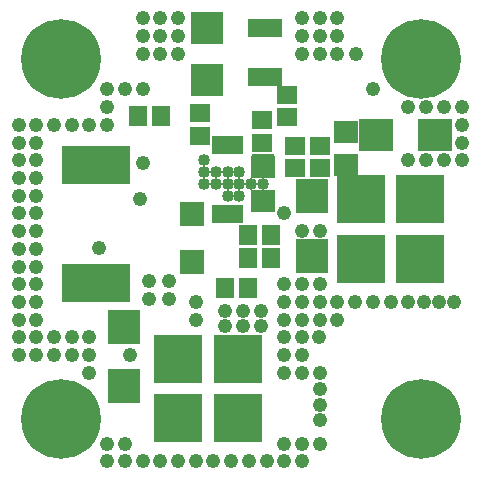
<source format=gbr>
G75*
G70*
%OFA0B0*%
%FSLAX24Y24*%
%IPPOS*%
%LPD*%
%AMOC8*
5,1,8,0,0,1.08239X$1,22.5*
%
%ADD10R,0.0258X0.0592*%
%ADD11R,0.1104X0.1124*%
%ADD12R,0.0632X0.0711*%
%ADD13R,0.0711X0.0632*%
%ADD14R,0.1124X0.1104*%
%ADD15R,0.1065X0.1065*%
%ADD16R,0.2285X0.1301*%
%ADD17R,0.1620X0.1620*%
%ADD18C,0.2660*%
%ADD19R,0.0830X0.0750*%
%ADD20R,0.0789X0.0829*%
%ADD21R,0.1120X0.0620*%
%ADD22R,0.0770X0.0770*%
%ADD23C,0.0398*%
%ADD24C,0.0477*%
D10*
X007628Y012124D03*
X007883Y012124D03*
X008139Y012124D03*
X008395Y012124D03*
X008395Y014427D03*
X008139Y014427D03*
X007883Y014427D03*
X007628Y014427D03*
D11*
X010811Y012710D03*
X010811Y010722D03*
X004539Y008352D03*
X004539Y006364D03*
D12*
X007925Y009661D03*
X008673Y009661D03*
X008696Y010645D03*
X009444Y010645D03*
X009444Y011417D03*
X008696Y011417D03*
X005783Y015381D03*
X005035Y015381D03*
D13*
X007074Y015476D03*
X007074Y014728D03*
X009165Y014484D03*
X009165Y015232D03*
X009992Y015334D03*
X009992Y016082D03*
X010252Y014378D03*
X010252Y013630D03*
X011094Y013630D03*
X011094Y014378D03*
D14*
X012943Y014736D03*
X014931Y014736D03*
D15*
X007307Y016582D03*
X007307Y018315D03*
D16*
X003606Y013744D03*
X003606Y009807D03*
D17*
X006354Y007275D03*
X006354Y005307D03*
X008354Y005307D03*
X008354Y007275D03*
X012448Y010606D03*
X012448Y012606D03*
X014417Y012606D03*
X014417Y010606D03*
D18*
X014448Y005275D03*
X014448Y017275D03*
X002448Y017275D03*
X002448Y005275D03*
D19*
X009189Y012558D03*
X009189Y013678D03*
X011944Y013739D03*
X011944Y014859D03*
D20*
X006826Y012114D03*
X006826Y010500D03*
D21*
X009248Y016692D03*
X009248Y018317D03*
D22*
X009189Y013748D03*
D23*
X009189Y013118D03*
X008795Y013118D03*
X008401Y013118D03*
X008401Y013511D03*
X008007Y013511D03*
X007614Y013511D03*
X007614Y013118D03*
X008007Y013118D03*
X008007Y012724D03*
X008401Y012724D03*
X007220Y013118D03*
X007220Y013511D03*
X007220Y013905D03*
D24*
X003992Y003866D03*
X004582Y003866D03*
X004582Y004456D03*
X003992Y004456D03*
X005173Y003866D03*
X005763Y003866D03*
X006354Y003866D03*
X006944Y003866D03*
X007535Y003866D03*
X008126Y003866D03*
X008716Y003866D03*
X009307Y003866D03*
X009897Y003866D03*
X009897Y004456D03*
X010488Y004456D03*
X010488Y003866D03*
X011078Y004456D03*
X011078Y005244D03*
X011078Y005756D03*
X011078Y006267D03*
X011078Y006819D03*
X010488Y006819D03*
X010488Y007409D03*
X010488Y008000D03*
X011039Y008000D03*
X011078Y008590D03*
X011078Y009181D03*
X010488Y009181D03*
X010488Y008590D03*
X009897Y008590D03*
X009897Y009181D03*
X009897Y009771D03*
X010488Y009771D03*
X011078Y009771D03*
X011669Y009181D03*
X011669Y008590D03*
X012259Y009181D03*
X012850Y009181D03*
X013441Y009181D03*
X014031Y009181D03*
X014543Y009181D03*
X015055Y009181D03*
X015567Y009181D03*
X015803Y013905D03*
X015803Y014496D03*
X015803Y015086D03*
X015803Y015677D03*
X015212Y015677D03*
X014622Y015677D03*
X014031Y015677D03*
X012850Y016267D03*
X012299Y017448D03*
X011669Y017448D03*
X011078Y017448D03*
X010488Y017448D03*
X010488Y018039D03*
X010488Y018630D03*
X011078Y018630D03*
X011078Y018039D03*
X011669Y018039D03*
X011669Y018630D03*
X014031Y013905D03*
X014622Y013905D03*
X015212Y013905D03*
X011078Y011543D03*
X010488Y011543D03*
X009897Y012133D03*
X006944Y009181D03*
X006944Y008590D03*
X007929Y008393D03*
X007929Y008885D03*
X008519Y008885D03*
X008519Y008393D03*
X009110Y008393D03*
X009110Y008885D03*
X009897Y008000D03*
X009897Y008000D03*
X009897Y007409D03*
X009897Y006819D03*
X006059Y009279D03*
X006059Y009870D03*
X005370Y009870D03*
X005370Y009279D03*
X003716Y010992D03*
X005094Y012606D03*
X005173Y013826D03*
X003992Y015086D03*
X003992Y015677D03*
X003992Y016267D03*
X004582Y016267D03*
X005173Y016267D03*
X005173Y017448D03*
X005763Y017448D03*
X006354Y017448D03*
X006354Y018039D03*
X006354Y018630D03*
X005763Y018630D03*
X005763Y018039D03*
X005173Y018039D03*
X005173Y018630D03*
X003401Y015086D03*
X002811Y015086D03*
X002220Y015086D03*
X001630Y015086D03*
X001630Y014496D03*
X001630Y013905D03*
X001630Y013315D03*
X001630Y012724D03*
X001630Y012133D03*
X001630Y011543D03*
X001630Y010952D03*
X001630Y010362D03*
X001630Y009771D03*
X001630Y009181D03*
X001630Y008590D03*
X001630Y008000D03*
X002220Y008000D03*
X002811Y008000D03*
X003401Y008000D03*
X003401Y007409D03*
X003401Y006819D03*
X002811Y007409D03*
X002220Y007409D03*
X001630Y007409D03*
X001039Y007409D03*
X001039Y008000D03*
X001039Y008590D03*
X001039Y009181D03*
X001039Y009771D03*
X001039Y010362D03*
X001039Y010952D03*
X001039Y011543D03*
X001039Y012133D03*
X001039Y012724D03*
X001039Y013315D03*
X001039Y013905D03*
X001039Y014496D03*
X001039Y015086D03*
X004740Y007409D03*
M02*

</source>
